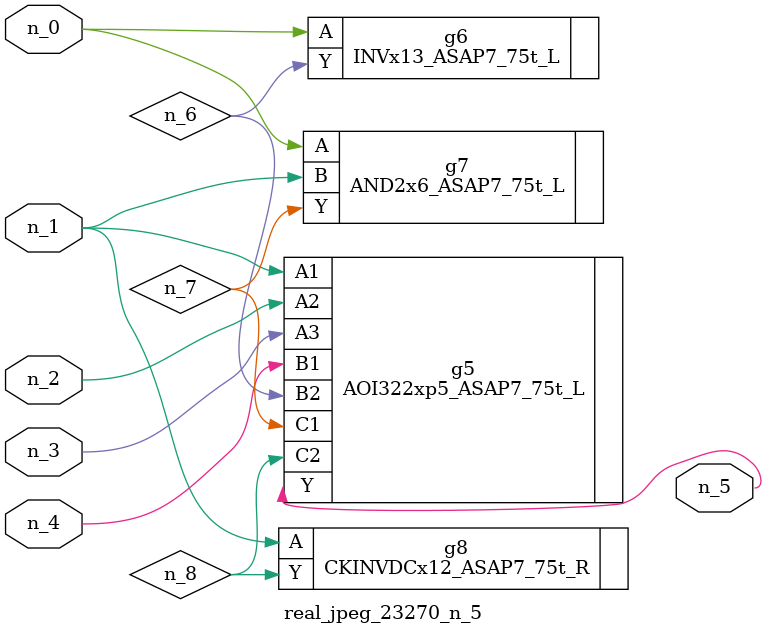
<source format=v>
module real_jpeg_23270_n_5 (n_4, n_0, n_1, n_2, n_3, n_5);

input n_4;
input n_0;
input n_1;
input n_2;
input n_3;

output n_5;

wire n_8;
wire n_6;
wire n_7;

INVx13_ASAP7_75t_L g6 ( 
.A(n_0),
.Y(n_6)
);

AND2x6_ASAP7_75t_L g7 ( 
.A(n_0),
.B(n_1),
.Y(n_7)
);

AOI322xp5_ASAP7_75t_L g5 ( 
.A1(n_1),
.A2(n_2),
.A3(n_3),
.B1(n_4),
.B2(n_6),
.C1(n_7),
.C2(n_8),
.Y(n_5)
);

CKINVDCx12_ASAP7_75t_R g8 ( 
.A(n_1),
.Y(n_8)
);


endmodule
</source>
